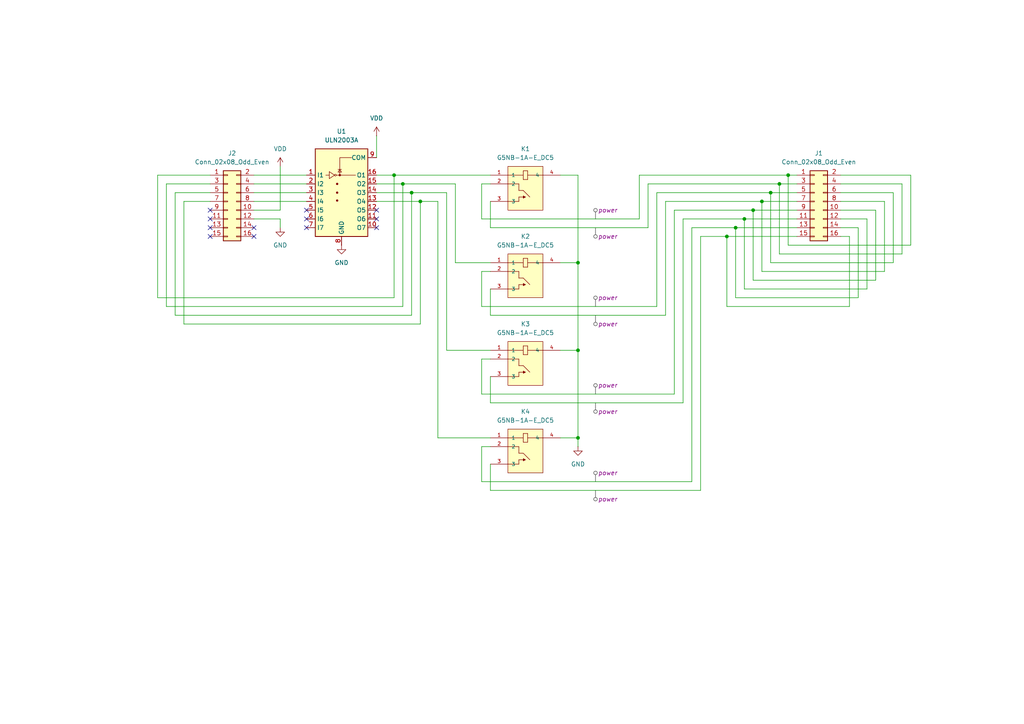
<source format=kicad_sch>
(kicad_sch (version 20231120) (generator "eeschema") (generator_version "8.0")
  (paper "A4")
  (lib_symbols
    (symbol "Connector_Generic:Conn_02x08_Odd_Even" (pin_names (offset 1.016) hide)
      (property "Reference" "J" (at 1.27 10.16 0))
      (property "Value" "Conn_02x08_Odd_Even" (at 1.27 -12.7 0))
      (symbol "Conn_02x08_Odd_Even_1_1"
        (rectangle (start -1.27 -10.033) (end 0 -10.287) (stroke (width 0.1524)))
        (rectangle (start -1.27 -7.493) (end 0 -7.747) (stroke (width 0.1524)))
        (rectangle (start -1.27 -4.953) (end 0 -5.207) (stroke (width 0.1524)))
        (rectangle (start -1.27 -2.413) (end 0 -2.667) (stroke (width 0.1524)))
        (rectangle (start -1.27 0.127) (end 0 -0.127) (stroke (width 0.1524)))
        (rectangle (start -1.27 2.667) (end 0 2.413) (stroke (width 0.1524)))
        (rectangle (start -1.27 5.207) (end 0 4.953) (stroke (width 0.1524)))
        (rectangle (start -1.27 7.747) (end 0 7.493) (stroke (width 0.1524)))
        (rectangle (start -1.27 8.89) (end 3.81 -11.43) (stroke (width 0.254)) (fill (type background)))
        (rectangle (start 3.81 -10.033) (end 2.54 -10.287) (stroke (width 0.1524)))
        (rectangle (start 3.81 -7.493) (end 2.54 -7.747) (stroke (width 0.1524)))
        (rectangle (start 3.81 -4.953) (end 2.54 -5.207) (stroke (width 0.1524)))
        (rectangle (start 3.81 -2.413) (end 2.54 -2.667) (stroke (width 0.1524)))
        (rectangle (start 3.81 0.127) (end 2.54 -0.127) (stroke (width 0.1524)))
        (rectangle (start 3.81 2.667) (end 2.54 2.413) (stroke (width 0.1524)))
        (rectangle (start 3.81 5.207) (end 2.54 4.953) (stroke (width 0.1524)))
        (rectangle (start 3.81 7.747) (end 2.54 7.493) (stroke (width 0.1524)))
        (pin passive line (at -5.08 7.62 0) (length 3.81) (name "Pin_1") (number "1"))
        (pin passive line (at 7.62 -2.54 180) (length 3.81) (name "Pin_10") (number "10"))
        (pin passive line (at -5.08 -5.08 0) (length 3.81) (name "Pin_11") (number "11"))
        (pin passive line (at 7.62 -5.08 180) (length 3.81) (name "Pin_12") (number "12"))
        (pin passive line (at -5.08 -7.62 0) (length 3.81) (name "Pin_13") (number "13"))
        (pin passive line (at 7.62 -7.62 180) (length 3.81) (name "Pin_14") (number "14"))
        (pin passive line (at -5.08 -10.16 0) (length 3.81) (name "Pin_15") (number "15"))
        (pin passive line (at 7.62 -10.16 180) (length 3.81) (name "Pin_16") (number "16"))
        (pin passive line (at 7.62 7.62 180) (length 3.81) (name "Pin_2") (number "2"))
        (pin passive line (at -5.08 5.08 0) (length 3.81) (name "Pin_3") (number "3"))
        (pin passive line (at 7.62 5.08 180) (length 3.81) (name "Pin_4") (number "4"))
        (pin passive line (at -5.08 2.54 0) (length 3.81) (name "Pin_5") (number "5"))
        (pin passive line (at 7.62 2.54 180) (length 3.81) (name "Pin_6") (number "6"))
        (pin passive line (at -5.08 0 0) (length 3.81) (name "Pin_7") (number "7"))
        (pin passive line (at 7.62 0 180) (length 3.81) (name "Pin_8") (number "8"))
        (pin passive line (at -5.08 -2.54 0) (length 3.81) (name "Pin_9") (number "9"))
      )
    )
    (symbol "NextPCB:G5NB-1A-E_DC5" (pin_names (offset 1.016))
      (property "Reference" "K" (at 7.9746 6.5786 0))
      (property "Value" "G5NB-1A-E_DC5" (at 7.3352 4.0386 0))
      (symbol "G5NB-1A-E_DC5_0_0"
        (polyline (pts (xy 7.62 -7.62) (xy 10.795 -7.62)) (stroke (width 0.1524)))
        (polyline (pts (xy 7.62 -2.54) (xy 10.795 -2.54)) (stroke (width 0.1524)))
        (polyline (pts (xy 7.62 0) (xy 12.065 0)) (stroke (width 0.1524)))
        (polyline (pts (xy 10.795 -7.62) (xy 10.795 -6.35)) (stroke (width 0.1524)))
        (polyline (pts (xy 10.795 -6.35) (xy 12.065 -6.35)) (stroke (width 0.1524)))
        (polyline (pts (xy 10.795 -4.445) (xy 12.065 -4.445)) (stroke (width 0.1524)))
        (polyline (pts (xy 10.795 -2.54) (xy 10.795 -4.445)) (stroke (width 0.1524)))
        (polyline (pts (xy 12.065 -6.6675) (xy 12.7 -6.35)) (stroke (width 0.1524)))
        (polyline (pts (xy 12.065 -6.0325) (xy 12.065 -6.6675)) (stroke (width 0.1524)))
        (polyline (pts (xy 12.065 -4.445) (xy 13.97 -6.35)) (stroke (width 0.1524)))
        (polyline (pts (xy 12.065 -1.27) (xy 13.335 -1.27)) (stroke (width 0.1524)))
        (polyline (pts (xy 12.065 1.27) (xy 12.065 -1.27)) (stroke (width 0.1524)))
        (polyline (pts (xy 12.7 -6.35) (xy 12.065 -6.0325)) (stroke (width 0.1524)))
        (polyline (pts (xy 13.335 -1.27) (xy 13.335 1.27)) (stroke (width 0.1524)))
        (polyline (pts (xy 13.335 0) (xy 17.78 0)) (stroke (width 0.1524)))
        (polyline (pts (xy 13.335 1.27) (xy 12.065 1.27)) (stroke (width 0.1524)))
        (polyline (pts (xy 12.065 -6.0325) (xy 12.065 -6.6675) (xy 12.7 -6.35) (xy 12.065 -6.0325)) (stroke (width 0.0254)) (fill (type outline)))
        (rectangle (start 7.62 -10.16) (end 17.78 2.54) (stroke (width 0.1524)) (fill (type background)))
        (pin passive line (at 2.54 0 0) (length 5.08) (name "1") (number "1"))
        (pin passive line (at 2.54 -2.54 0) (length 5.08) (name "2") (number "2"))
        (pin passive line (at 2.54 -7.62 0) (length 5.08) (name "3") (number "3"))
        (pin passive line (at 22.86 0 180) (length 5.08) (name "4") (number "4"))
      )
    )
    (symbol "Transistor_Array:ULN2003A"
      (property "Reference" "U" (at 0 15.875 0))
      (property "Value" "ULN2003A" (at 0 13.97 0))
      (symbol "ULN2003A_0_1"
        (rectangle (start -7.62 -12.7) (end 7.62 12.7) (stroke (width 0.254)) (fill (type background)))
        (circle (center -1.778 5.08) (radius 0.254))
        (circle (center -1.27 -2.286) (radius 0.254) (fill (type outline)))
        (circle (center -1.27 0) (radius 0.254) (fill (type outline)))
        (circle (center -1.27 2.54) (radius 0.254) (fill (type outline)))
        (circle (center -0.508 5.08) (radius 0.254) (fill (type outline)))
        (polyline (pts (xy -4.572 5.08) (xy -3.556 5.08)))
        (polyline (pts (xy -1.524 5.08) (xy 4.064 5.08)))
        (polyline (pts (xy 0 6.731) (xy -1.016 6.731)))
        (polyline (pts (xy -0.508 5.08) (xy -0.508 10.16) (xy 2.921 10.16)))
        (polyline (pts (xy -3.556 6.096) (xy -3.556 4.064) (xy -2.032 5.08) (xy -3.556 6.096)))
        (polyline (pts (xy 0 5.969) (xy -1.016 5.969) (xy -0.508 6.731) (xy 0 5.969)))
      )
      (symbol "ULN2003A_1_1"
        (pin input line (at -10.16 5.08 0) (length 2.54) (name "I1") (number "1"))
        (pin open_collector line (at 10.16 -10.16 180) (length 2.54) (name "O7") (number "10"))
        (pin open_collector line (at 10.16 -7.62 180) (length 2.54) (name "O6") (number "11"))
        (pin open_collector line (at 10.16 -5.08 180) (length 2.54) (name "O5") (number "12"))
        (pin open_collector line (at 10.16 -2.54 180) (length 2.54) (name "O4") (number "13"))
        (pin open_collector line (at 10.16 0 180) (length 2.54) (name "O3") (number "14"))
        (pin open_collector line (at 10.16 2.54 180) (length 2.54) (name "O2") (number "15"))
        (pin open_collector line (at 10.16 5.08 180) (length 2.54) (name "O1") (number "16"))
        (pin input line (at -10.16 2.54 0) (length 2.54) (name "I2") (number "2"))
        (pin input line (at -10.16 0 0) (length 2.54) (name "I3") (number "3"))
        (pin input line (at -10.16 -2.54 0) (length 2.54) (name "I4") (number "4"))
        (pin input line (at -10.16 -5.08 0) (length 2.54) (name "I5") (number "5"))
        (pin input line (at -10.16 -7.62 0) (length 2.54) (name "I6") (number "6"))
        (pin input line (at -10.16 -10.16 0) (length 2.54) (name "I7") (number "7"))
        (pin power_in line (at 0 -15.24 90) (length 2.54) (name "GND") (number "8"))
        (pin passive line (at 10.16 10.16 180) (length 2.54) (name "COM") (number "9"))
      )
    )
    (symbol "power:GND" (power) (pin_numbers hide) (pin_names (offset 0) hide)
      (property "Value" "GND" (at 0 -3.81 0))
      (symbol "GND_0_1"
        (polyline (pts (xy 0 0) (xy 0 -1.27) (xy 1.27 -1.27) (xy 0 -2.54) (xy -1.27 -1.27) (xy 0 -1.27)))
      )
      (symbol "GND_1_1"
        (pin power_in line (at 0 0 270) (length 0) (name "~") (number "1"))
      )
    )
    (symbol "power:VDD" (power) (pin_numbers hide) (pin_names (offset 0) hide)
      (property "Value" "VDD" (at 0 3.556 0))
      (symbol "VDD_0_1"
        (polyline (pts (xy -0.762 1.27) (xy 0 2.54)))
        (polyline (pts (xy 0 0) (xy 0 2.54)))
        (polyline (pts (xy 0 2.54) (xy 0.762 1.27)))
      )
      (symbol "VDD_1_1"
        (pin power_in line (at 0 0 90) (length 0) (name "~") (number "1"))
      )
    )
  )
  (junction (at 116.84 53.34))
  (junction (at 226.06 53.34))
  (junction (at 220.98 58.42))
  (junction (at 215.9 63.5))
  (junction (at 228.6 50.8))
  (junction (at 114.3 50.8))
  (junction (at 213.36 66.04))
  (junction (at 167.64 101.6))
  (junction (at 121.92 58.42))
  (junction (at 210.82 68.58))
  (junction (at 167.64 127))
  (junction (at 119.38 55.88))
  (junction (at 218.44 60.96))
  (junction (at 167.64 76.2))
  (junction (at 223.52 55.88))
  (no_connect (at 60.96 60.96))
  (no_connect (at 60.96 66.04))
  (no_connect (at 60.96 63.5))
  (no_connect (at 109.22 63.5))
  (no_connect (at 73.66 68.58))
  (no_connect (at 88.9 63.5))
  (no_connect (at 88.9 60.96))
  (no_connect (at 73.66 66.04))
  (no_connect (at 88.9 66.04))
  (no_connect (at 60.96 68.58))
  (no_connect (at 109.22 60.96))
  (no_connect (at 109.22 66.04))
  (wire (pts (xy 203.2 68.58) (xy 210.82 68.58)))
  (wire (pts (xy 114.3 50.8) (xy 142.24 50.8)))
  (wire (pts (xy 53.34 93.98) (xy 53.34 58.42)))
  (wire (pts (xy 231.14 53.34) (xy 226.06 53.34)))
  (wire (pts (xy 195.58 60.96) (xy 218.44 60.96)))
  (wire (pts (xy 142.24 83.82) (xy 142.24 91.44)))
  (wire (pts (xy 81.28 48.26) (xy 81.28 60.96)))
  (wire (pts (xy 81.28 63.5) (xy 81.28 66.04)))
  (wire (pts (xy 127 127) (xy 142.24 127)))
  (wire (pts (xy 48.26 53.34) (xy 60.96 53.34)))
  (wire (pts (xy 114.3 86.36) (xy 114.3 50.8)))
  (wire (pts (xy 53.34 58.42) (xy 60.96 58.42)))
  (wire (pts (xy 142.24 91.44) (xy 193.04 91.44)))
  (wire (pts (xy 243.84 55.88) (xy 259.08 55.88)))
  (wire (pts (xy 226.06 53.34) (xy 226.06 73.66)))
  (wire (pts (xy 187.96 66.04) (xy 187.96 53.34)))
  (wire (pts (xy 190.5 55.88) (xy 223.52 55.88)))
  (wire (pts (xy 243.84 50.8) (xy 264.16 50.8)))
  (wire (pts (xy 162.56 101.6) (xy 167.64 101.6)))
  (wire (pts (xy 167.64 101.6) (xy 167.64 127)))
  (wire (pts (xy 142.24 53.34) (xy 139.7 53.34)))
  (wire (pts (xy 259.08 76.2) (xy 259.08 55.88)))
  (wire (pts (xy 187.96 53.34) (xy 226.06 53.34)))
  (wire (pts (xy 231.14 58.42) (xy 220.98 58.42)))
  (wire (pts (xy 139.7 88.9) (xy 190.5 88.9)))
  (wire (pts (xy 139.7 114.3) (xy 195.58 114.3)))
  (wire (pts (xy 243.84 60.96) (xy 254 60.96)))
  (wire (pts (xy 139.7 53.34) (xy 139.7 63.5)))
  (wire (pts (xy 139.7 139.7) (xy 200.66 139.7)))
  (wire (pts (xy 116.84 53.34) (xy 109.22 53.34)))
  (wire (pts (xy 139.7 78.74) (xy 139.7 88.9)))
  (wire (pts (xy 167.64 76.2) (xy 167.64 101.6)))
  (wire (pts (xy 228.6 71.12) (xy 264.16 71.12)))
  (wire (pts (xy 167.64 50.8) (xy 167.64 76.2)))
  (wire (pts (xy 264.16 71.12) (xy 264.16 50.8)))
  (wire (pts (xy 198.12 63.5) (xy 215.9 63.5)))
  (wire (pts (xy 220.98 78.74) (xy 256.54 78.74)))
  (wire (pts (xy 129.54 101.6) (xy 142.24 101.6)))
  (wire (pts (xy 142.24 78.74) (xy 139.7 78.74)))
  (wire (pts (xy 210.82 88.9) (xy 246.38 88.9)))
  (wire (pts (xy 193.04 91.44) (xy 193.04 58.42)))
  (wire (pts (xy 162.56 76.2) (xy 167.64 76.2)))
  (wire (pts (xy 132.08 53.34) (xy 116.84 53.34)))
  (wire (pts (xy 226.06 73.66) (xy 261.62 73.66)))
  (wire (pts (xy 162.56 50.8) (xy 167.64 50.8)))
  (wire (pts (xy 142.24 58.42) (xy 142.24 66.04)))
  (wire (pts (xy 53.34 93.98) (xy 121.92 93.98)))
  (wire (pts (xy 50.8 91.44) (xy 50.8 55.88)))
  (wire (pts (xy 142.24 76.2) (xy 132.08 76.2)))
  (wire (pts (xy 45.72 50.8) (xy 60.96 50.8)))
  (wire (pts (xy 246.38 88.9) (xy 246.38 68.58)))
  (wire (pts (xy 50.8 91.44) (xy 119.38 91.44)))
  (wire (pts (xy 213.36 86.36) (xy 248.92 86.36)))
  (wire (pts (xy 109.22 55.88) (xy 119.38 55.88)))
  (wire (pts (xy 193.04 58.42) (xy 220.98 58.42)))
  (wire (pts (xy 200.66 66.04) (xy 213.36 66.04)))
  (wire (pts (xy 142.24 116.84) (xy 198.12 116.84)))
  (wire (pts (xy 243.84 63.5) (xy 251.46 63.5)))
  (wire (pts (xy 73.66 60.96) (xy 81.28 60.96)))
  (wire (pts (xy 261.62 73.66) (xy 261.62 53.34)))
  (wire (pts (xy 45.72 86.36) (xy 114.3 86.36)))
  (wire (pts (xy 200.66 139.7) (xy 200.66 66.04)))
  (wire (pts (xy 198.12 116.84) (xy 198.12 63.5)))
  (wire (pts (xy 248.92 66.04) (xy 243.84 66.04)))
  (wire (pts (xy 223.52 76.2) (xy 259.08 76.2)))
  (wire (pts (xy 231.14 63.5) (xy 215.9 63.5)))
  (wire (pts (xy 220.98 58.42) (xy 220.98 78.74)))
  (wire (pts (xy 162.56 127) (xy 167.64 127)))
  (wire (pts (xy 215.9 83.82) (xy 251.46 83.82)))
  (wire (pts (xy 190.5 88.9) (xy 190.5 55.88)))
  (wire (pts (xy 203.2 142.24) (xy 203.2 68.58)))
  (wire (pts (xy 218.44 81.28) (xy 254 81.28)))
  (wire (pts (xy 139.7 129.54) (xy 139.7 139.7)))
  (wire (pts (xy 139.7 104.14) (xy 139.7 114.3)))
  (wire (pts (xy 167.64 127) (xy 167.64 129.54)))
  (wire (pts (xy 142.24 104.14) (xy 139.7 104.14)))
  (wire (pts (xy 243.84 68.58) (xy 246.38 68.58)))
  (wire (pts (xy 185.42 63.5) (xy 185.42 50.8)))
  (wire (pts (xy 116.84 53.34) (xy 116.84 88.9)))
  (wire (pts (xy 73.66 53.34) (xy 88.9 53.34)))
  (wire (pts (xy 231.14 50.8) (xy 228.6 50.8)))
  (wire (pts (xy 210.82 68.58) (xy 210.82 88.9)))
  (wire (pts (xy 73.66 58.42) (xy 88.9 58.42)))
  (wire (pts (xy 142.24 134.62) (xy 142.24 142.24)))
  (wire (pts (xy 243.84 58.42) (xy 256.54 58.42)))
  (wire (pts (xy 73.66 50.8) (xy 88.9 50.8)))
  (wire (pts (xy 228.6 50.8) (xy 228.6 71.12)))
  (wire (pts (xy 215.9 63.5) (xy 215.9 83.82)))
  (wire (pts (xy 73.66 55.88) (xy 88.9 55.88)))
  (wire (pts (xy 109.22 50.8) (xy 114.3 50.8)))
  (wire (pts (xy 231.14 66.04) (xy 213.36 66.04)))
  (wire (pts (xy 119.38 55.88) (xy 129.54 55.88)))
  (wire (pts (xy 48.26 88.9) (xy 48.26 53.34)))
  (wire (pts (xy 45.72 86.36) (xy 45.72 50.8)))
  (wire (pts (xy 213.36 66.04) (xy 213.36 86.36)))
  (wire (pts (xy 109.22 39.37) (xy 109.22 45.72)))
  (wire (pts (xy 248.92 86.36) (xy 248.92 66.04)))
  (wire (pts (xy 142.24 142.24) (xy 203.2 142.24)))
  (wire (pts (xy 243.84 53.34) (xy 261.62 53.34)))
  (wire (pts (xy 142.24 109.22) (xy 142.24 116.84)))
  (wire (pts (xy 142.24 66.04) (xy 187.96 66.04)))
  (wire (pts (xy 256.54 78.74) (xy 256.54 58.42)))
  (wire (pts (xy 50.8 55.88) (xy 60.96 55.88)))
  (wire (pts (xy 121.92 58.42) (xy 127 58.42)))
  (wire (pts (xy 48.26 88.9) (xy 116.84 88.9)))
  (wire (pts (xy 231.14 55.88) (xy 223.52 55.88)))
  (wire (pts (xy 132.08 53.34) (xy 132.08 76.2)))
  (wire (pts (xy 218.44 60.96) (xy 218.44 81.28)))
  (wire (pts (xy 254 81.28) (xy 254 60.96)))
  (wire (pts (xy 251.46 83.82) (xy 251.46 63.5)))
  (wire (pts (xy 119.38 91.44) (xy 119.38 55.88)))
  (wire (pts (xy 129.54 55.88) (xy 129.54 101.6)))
  (wire (pts (xy 185.42 50.8) (xy 228.6 50.8)))
  (wire (pts (xy 139.7 63.5) (xy 185.42 63.5)))
  (wire (pts (xy 73.66 63.5) (xy 81.28 63.5)))
  (wire (pts (xy 195.58 114.3) (xy 195.58 60.96)))
  (wire (pts (xy 231.14 68.58) (xy 210.82 68.58)))
  (wire (pts (xy 223.52 55.88) (xy 223.52 76.2)))
  (wire (pts (xy 121.92 58.42) (xy 121.92 93.98)))
  (wire (pts (xy 127 58.42) (xy 127 127)))
  (wire (pts (xy 231.14 60.96) (xy 218.44 60.96)))
  (wire (pts (xy 109.22 58.42) (xy 121.92 58.42)))
  (wire (pts (xy 142.24 129.54) (xy 139.7 129.54)))
  (netclass_flag "" (length 2.54) (shape round) (at 172.72 66.04 180) (property "Netclass" "power" (at 173.4185 68.58 0) (effects (font (italic yes)) (justify left))))
  (netclass_flag "" (length 2.54) (shape round) (at 172.72 114.3 0) (property "Netclass" "power" (at 173.4185 111.76 0) (effects (font (italic yes)) (justify left))))
  (netclass_flag "" (length 2.54) (shape round) (at 172.72 88.9 0) (property "Netclass" "power" (at 173.4185 86.36 0) (effects (font (italic yes)) (justify left))))
  (netclass_flag "" (length 2.54) (shape round) (at 172.72 63.5 0) (property "Netclass" "power" (at 173.4185 60.96 0) (effects (font (italic yes)) (justify left))))
  (netclass_flag "" (length 2.54) (shape round) (at 172.72 116.84 180) (property "Netclass" "power" (at 173.4185 119.38 0) (effects (font (italic yes)) (justify left))))
  (netclass_flag "" (length 2.54) (shape round) (at 172.72 142.24 180) (property "Netclass" "power" (at 173.4185 144.78 0) (effects (font (italic yes)) (justify left))))
  (netclass_flag "" (length 2.54) (shape round) (at 172.72 139.7 0) (property "Netclass" "power" (at 173.4185 137.16 0) (effects (font (italic yes)) (justify left))))
  (netclass_flag "" (length 2.54) (shape round) (at 172.72 91.44 180) (property "Netclass" "power" (at 173.4185 93.98 0) (effects (font (italic yes)) (justify left))))
  (symbol (lib_id "NextPCB:G5NB-1A-E_DC5") (at 139.7 101.6 0) (unit 1)
    (property "Reference" "K3" (at 152.4 93.98 0))
    (property "Value" "G5NB-1A-E_DC5" (at 152.4 96.52 0))
    (property "Footprint" "NextPCB:G5NB-1A-E_DC12_RELAY_G5NB-1A_DC5_OMR" (effects (hide yes)))
    (property "MF" "Omron Electronics Inc-EMC Div" (effects (hide yes)))
    (property "Description_1" "\nPower PCB Relay, 3A/5A, SPST-NO, 12 VDC, G5NB Series | Omron Electronic Components G5NB-1A-E DC12\n" (effects (hide yes)))
    (property "COPYRIGHT" "Copyright (C) 2023 Ultra Librarian. All rights reserved." (effects (hide yes)))
    (property "Package" "None" (effects (hide yes)))
    (property "Price" "None" (effects (hide yes)))
    (property "Check_prices" "https://www.snapeda.com/parts/G5NB-1A-E%20DC12/Omron+Electronics+Inc-EMC+Div/view-part/?ref=eda" (effects (hide yes)))
    (property "Availability" "In Stock" (effects (hide yes)))
    (property "SnapEDA_Link" "https://www.snapeda.com/parts/G5NB-1A-E%20DC12/Omron+Electronics+Inc-EMC+Div/view-part/?ref=snap" (effects (hide yes)))
    (property "MP" "G5NB-1A-E DC12" (effects (hide yes)))
    (property "Purchase-URL" "https://www.snapeda.com/api/url_track_click_mouser/?unipart_id=3078279&manufacturer=Omron Electronics Inc-EMC Div&part_name=G5NB-1A-E DC12&search_term=g5nb" (effects (hide yes)))
    (property "MFR_NAME" "Omron" (effects (hide yes)))
    (property "MANUFACTURER_PART_NUMBER" "G5NB-1A-E DC12" (effects (hide yes)))
  )
  (symbol (lib_id "NextPCB:G5NB-1A-E_DC5") (at 139.7 76.2 0) (unit 1)
    (property "Reference" "K2" (at 152.4 68.58 0))
    (property "Value" "G5NB-1A-E_DC5" (at 152.4 71.12 0))
    (property "Footprint" "NextPCB:G5NB-1A-E_DC12_RELAY_G5NB-1A_DC5_OMR" (effects (hide yes)))
    (property "MF" "Omron Electronics Inc-EMC Div" (effects (hide yes)))
    (property "Description_1" "\nPower PCB Relay, 3A/5A, SPST-NO, 12 VDC, G5NB Series | Omron Electronic Components G5NB-1A-E DC12\n" (effects (hide yes)))
    (property "COPYRIGHT" "Copyright (C) 2023 Ultra Librarian. All rights reserved." (effects (hide yes)))
    (property "Package" "None" (effects (hide yes)))
    (property "Price" "None" (effects (hide yes)))
    (property "Check_prices" "https://www.snapeda.com/parts/G5NB-1A-E%20DC12/Omron+Electronics+Inc-EMC+Div/view-part/?ref=eda" (effects (hide yes)))
    (property "Availability" "In Stock" (effects (hide yes)))
    (property "SnapEDA_Link" "https://www.snapeda.com/parts/G5NB-1A-E%20DC12/Omron+Electronics+Inc-EMC+Div/view-part/?ref=snap" (effects (hide yes)))
    (property "MP" "G5NB-1A-E DC12" (effects (hide yes)))
    (property "Purchase-URL" "https://www.snapeda.com/api/url_track_click_mouser/?unipart_id=3078279&manufacturer=Omron Electronics Inc-EMC Div&part_name=G5NB-1A-E DC12&search_term=g5nb" (effects (hide yes)))
    (property "MFR_NAME" "Omron" (effects (hide yes)))
    (property "MANUFACTURER_PART_NUMBER" "G5NB-1A-E DC12" (effects (hide yes)))
  )
  (symbol (lib_id "Transistor_Array:ULN2003A") (at 99.06 55.88 0) (unit 1)
    (property "Reference" "U1" (at 99.06 38.1 0))
    (property "Value" "ULN2003A" (at 99.06 40.64 0))
    (property "Footprint" "Package_SO:SOIC-16_3.9x9.9mm_P1.27mm" (effects (hide yes)))
    (property "Datasheet" "http://www.ti.com/lit/ds/symlink/uln2003a.pdf" (effects (hide yes)))
    (property "Description" "High Voltage, High Current Darlington Transistor Arrays, SOIC16/SOIC16W/DIP16/TSSOP16" (effects (hide yes)))
  )
  (symbol (lib_id "NextPCB:G5NB-1A-E_DC5") (at 139.7 50.8 0) (unit 1)
    (property "Reference" "K1" (at 152.4 43.18 0))
    (property "Value" "G5NB-1A-E_DC5" (at 152.4 45.72 0))
    (property "Footprint" "NextPCB:G5NB-1A-E_DC12_RELAY_G5NB-1A_DC5_OMR" (effects (hide yes)))
    (property "MF" "Omron Electronics Inc-EMC Div" (effects (hide yes)))
    (property "Description_1" "\nPower PCB Relay, 3A/5A, SPST-NO, 12 VDC, G5NB Series | Omron Electronic Components G5NB-1A-E DC12\n" (effects (hide yes)))
    (property "COPYRIGHT" "Copyright (C) 2023 Ultra Librarian. All rights reserved." (effects (hide yes)))
    (property "Package" "None" (effects (hide yes)))
    (property "Price" "None" (effects (hide yes)))
    (property "Check_prices" "https://www.snapeda.com/parts/G5NB-1A-E%20DC12/Omron+Electronics+Inc-EMC+Div/view-part/?ref=eda" (effects (hide yes)))
    (property "Availability" "In Stock" (effects (hide yes)))
    (property "SnapEDA_Link" "https://www.snapeda.com/parts/G5NB-1A-E%20DC12/Omron+Electronics+Inc-EMC+Div/view-part/?ref=snap" (effects (hide yes)))
    (property "MP" "G5NB-1A-E DC12" (effects (hide yes)))
    (property "Purchase-URL" "https://www.snapeda.com/api/url_track_click_mouser/?unipart_id=3078279&manufacturer=Omron Electronics Inc-EMC Div&part_name=G5NB-1A-E DC12&search_term=g5nb" (effects (hide yes)))
    (property "MFR_NAME" "Omron" (effects (hide yes)))
    (property "MANUFACTURER_PART_NUMBER" "G5NB-1A-E DC12" (effects (hide yes)))
  )
  (symbol (lib_id "power:GND") (at 99.06 71.12 0) (unit 1)
    (property "Reference" "#PWR01" (effects (hide yes)))
    (property "Value" "GND" (at 99.06 76.2 0))
    (property "Description" "Power symbol creates a global label with name \"GND\" , ground" (effects (hide yes)))
  )
  (symbol (lib_id "power:GND") (at 81.28 66.04 0) (unit 1)
    (property "Reference" "#PWR04" (effects (hide yes)))
    (property "Value" "GND" (at 81.28 71.12 0))
    (property "Description" "Power symbol creates a global label with name \"GND\" , ground" (effects (hide yes)))
  )
  (symbol (lib_id "power:GND") (at 167.64 129.54 0) (unit 1)
    (property "Reference" "#PWR03" (effects (hide yes)))
    (property "Value" "GND" (at 167.64 134.62 0))
    (property "Description" "Power symbol creates a global label with name \"GND\" , ground" (effects (hide yes)))
  )
  (symbol (lib_id "Connector_Generic:Conn_02x08_Odd_Even") (at 236.22 58.42 0) (unit 1)
    (property "Reference" "J1" (at 237.49 44.45 0))
    (property "Value" "Conn_02x08_Odd_Even" (at 237.49 46.99 0))
    (property "Footprint" "Connector_PinHeader_2.54mm:PinHeader_2x08_P2.54mm_Vertical_SMD" (effects (hide yes)))
    (property "Description" "Generic connector, double row, 02x08, odd/even pin numbering scheme (row 1 odd numbers, row 2 even numbers), script generated (kicad-library-utils/schlib/autogen/connector/)" (effects (hide yes)))
  )
  (symbol (lib_id "Connector_Generic:Conn_02x08_Odd_Even") (at 66.04 58.42 0) (unit 1)
    (property "Reference" "J2" (at 67.31 44.45 0))
    (property "Value" "Conn_02x08_Odd_Even" (at 67.31 46.99 0))
    (property "Footprint" "Connector_PinHeader_2.54mm:PinHeader_2x08_P2.54mm_Vertical_SMD" (effects (hide yes)))
    (property "Description" "Generic connector, double row, 02x08, odd/even pin numbering scheme (row 1 odd numbers, row 2 even numbers), script generated (kicad-library-utils/schlib/autogen/connector/)" (effects (hide yes)))
  )
  (symbol (lib_id "power:VDD") (at 109.22 39.37 0) (unit 1)
    (property "Reference" "#PWR02" (effects (hide yes)))
    (property "Value" "VDD" (at 109.22 34.29 0))
    (property "Description" "Power symbol creates a global label with name \"VDD\"" (effects (hide yes)))
  )
  (symbol (lib_id "power:VDD") (at 81.28 48.26 0) (unit 1)
    (property "Reference" "#PWR05" (effects (hide yes)))
    (property "Value" "VDD" (at 81.28 43.18 0))
    (property "Description" "Power symbol creates a global label with name \"VDD\"" (effects (hide yes)))
  )
  (symbol (lib_id "NextPCB:G5NB-1A-E_DC5") (at 139.7 127 0) (unit 1)
    (property "Reference" "K4" (at 152.4 119.38 0))
    (property "Value" "G5NB-1A-E_DC5" (at 152.4 121.92 0))
    (property "Footprint" "NextPCB:G5NB-1A-E_DC12_RELAY_G5NB-1A_DC5_OMR" (effects (hide yes)))
    (property "MF" "Omron Electronics Inc-EMC Div" (effects (hide yes)))
    (property "Description_1" "\nPower PCB Relay, 3A/5A, SPST-NO, 12 VDC, G5NB Series | Omron Electronic Components G5NB-1A-E DC12\n" (effects (hide yes)))
    (property "COPYRIGHT" "Copyright (C) 2023 Ultra Librarian. All rights reserved." (effects (hide yes)))
    (property "Package" "None" (effects (hide yes)))
    (property "Price" "None" (effects (hide yes)))
    (property "Check_prices" "https://www.snapeda.com/parts/G5NB-1A-E%20DC12/Omron+Electronics+Inc-EMC+Div/view-part/?ref=eda" (effects (hide yes)))
    (property "Availability" "In Stock" (effects (hide yes)))
    (property "SnapEDA_Link" "https://www.snapeda.com/parts/G5NB-1A-E%20DC12/Omron+Electronics+Inc-EMC+Div/view-part/?ref=snap" (effects (hide yes)))
    (property "MP" "G5NB-1A-E DC12" (effects (hide yes)))
    (property "Purchase-URL" "https://www.snapeda.com/api/url_track_click_mouser/?unipart_id=3078279&manufacturer=Omron Electronics Inc-EMC Div&part_name=G5NB-1A-E DC12&search_term=g5nb" (effects (hide yes)))
    (property "MFR_NAME" "Omron" (effects (hide yes)))
    (property "MANUFACTURER_PART_NUMBER" "G5NB-1A-E DC12" (effects (hide yes)))
  )
)
</source>
